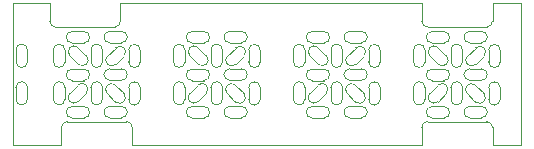
<source format=gbr>
G04 #@! TF.GenerationSoftware,KiCad,Pcbnew,(5.1.4)-1*
G04 #@! TF.CreationDate,2020-12-07T07:56:07-07:00*
G04 #@! TF.ProjectId,ufc_v4_opt_layer2,7566635f-7634-45f6-9f70-745f6c617965,rev?*
G04 #@! TF.SameCoordinates,Original*
G04 #@! TF.FileFunction,Profile,NP*
%FSLAX46Y46*%
G04 Gerber Fmt 4.6, Leading zero omitted, Abs format (unit mm)*
G04 Created by KiCad (PCBNEW (5.1.4)-1) date 2020-12-07 07:56:07*
%MOMM*%
%LPD*%
G04 APERTURE LIST*
%ADD10C,0.050000*%
G04 APERTURE END LIST*
D10*
X124344898Y-88742500D02*
X124344898Y-89732500D01*
X125325102Y-89732500D02*
G75*
G02X124344898Y-89732500I-490102J0D01*
G01*
X126922500Y-87174898D02*
G75*
G02X126922500Y-88155102I0J-490102D01*
G01*
X130107500Y-87154898D02*
X129117500Y-87154898D01*
X140267500Y-90332398D02*
X139277500Y-90332398D01*
X127140254Y-86066851D02*
G75*
G02X126445994Y-86761113I-347130J-347131D01*
G01*
X134504083Y-88745000D02*
G75*
G02X135485917Y-88745000I490917J0D01*
G01*
X126432428Y-88535321D02*
X125732392Y-89235357D01*
X135206000Y-93625500D02*
X110706000Y-93625500D01*
X105206000Y-91625500D02*
X110206000Y-91625500D01*
X103706000Y-81625500D02*
X103706000Y-83125500D01*
X140706000Y-91625500D02*
X135706000Y-91625500D01*
X135206000Y-93625500D02*
X135206000Y-92125500D01*
X135206000Y-81625500D02*
X135206000Y-83125500D01*
X104706000Y-93625500D02*
X104706000Y-92125500D01*
X110706000Y-92125500D02*
X110706000Y-93625500D01*
X139277500Y-84963417D02*
X140267500Y-84963417D01*
X130714083Y-85577500D02*
X130714083Y-86567500D01*
X125932500Y-91330917D02*
G75*
G02X125932500Y-90349083I0J490917D01*
G01*
X137679083Y-88745000D02*
G75*
G02X138660917Y-88745000I490917J0D01*
G01*
X137082500Y-84001583D02*
X136092500Y-84001583D01*
X141855917Y-86569998D02*
G75*
G02X140874083Y-86570000I-490917J-1D01*
G01*
X125325917Y-86557500D02*
X125325917Y-85567500D01*
X125745958Y-86061077D02*
X126445994Y-86761113D01*
X137679083Y-85570000D02*
G75*
G02X138660917Y-85570000I490917J0D01*
G01*
X129117500Y-88135102D02*
G75*
G02X129117500Y-87154898I0J490102D01*
G01*
X129117500Y-91310102D02*
G75*
G02X129117500Y-90329898I0J490102D01*
G01*
X136092500Y-88157602D02*
X137082500Y-88157602D01*
X139773923Y-85383458D02*
X139073887Y-86083494D01*
X138660917Y-86560000D02*
X138660917Y-85570000D01*
X125932500Y-91330102D02*
X126922500Y-91330102D01*
X129117500Y-84960102D02*
G75*
G02X129117500Y-83979898I0J490102D01*
G01*
X125932500Y-88155102D02*
X126922500Y-88155102D01*
X126431851Y-88534746D02*
G75*
G02X127126113Y-89229006I347131J-347130D01*
G01*
X124344083Y-85567500D02*
G75*
G02X125325917Y-85567500I490917J0D01*
G01*
X129117500Y-84960917D02*
X130107500Y-84960917D01*
X138660102Y-89735000D02*
G75*
G02X137679898Y-89735000I-490102J0D01*
G01*
X131695102Y-89742500D02*
X131695102Y-88752500D01*
X127139679Y-86067428D02*
X126439643Y-85367392D01*
X135906535Y-86063002D02*
G75*
G02X136599643Y-85369892I346554J346555D01*
G01*
X136586077Y-89931542D02*
X137286113Y-89231506D01*
X139277500Y-91312602D02*
G75*
G02X139277500Y-90332398I0J490102D01*
G01*
X139277500Y-84962602D02*
G75*
G02X139277500Y-83982398I0J490102D01*
G01*
X139059746Y-89245649D02*
G75*
G02X139754006Y-88551387I347130J347131D01*
G01*
X136591851Y-88537246D02*
G75*
G02X137286113Y-89231506I347131J-347130D01*
G01*
X139277500Y-88137602D02*
G75*
G02X139277500Y-87157398I0J490102D01*
G01*
X137082500Y-90351583D02*
X136092500Y-90351583D01*
X136092500Y-84983417D02*
G75*
G02X136092500Y-84001583I0J490917D01*
G01*
X135485102Y-89735000D02*
G75*
G02X134504898Y-89735000I-490102J0D01*
G01*
X136585502Y-89930965D02*
G75*
G02X135892392Y-89237857I-346555J346554D01*
G01*
X137082500Y-90352398D02*
G75*
G02X137082500Y-91332602I0J-490102D01*
G01*
X141855917Y-89744998D02*
G75*
G02X140874083Y-89745000I-490917J-1D01*
G01*
X138660917Y-89735000D02*
X138660917Y-88745000D01*
X136092500Y-88158417D02*
G75*
G02X136092500Y-87176583I0J490917D01*
G01*
X135485917Y-89735000D02*
X135485917Y-88745000D01*
X135905958Y-86063577D02*
X136605994Y-86763613D01*
X139277500Y-88138417D02*
X140267500Y-88138417D01*
X139768149Y-86777754D02*
G75*
G02X139073887Y-86083494I-347131J347130D01*
G01*
X136592428Y-88537821D02*
X135892392Y-89237857D01*
X140453465Y-89251998D02*
G75*
G02X139760357Y-89945108I-346554J-346555D01*
G01*
X138660102Y-86560000D02*
G75*
G02X137679898Y-86560000I-490102J0D01*
G01*
X136092500Y-91332602D02*
X137082500Y-91332602D01*
X139767572Y-86777179D02*
X140467608Y-86077143D01*
X139774498Y-85384035D02*
G75*
G02X140467608Y-86077143I346555J-346554D01*
G01*
X139277500Y-91313417D02*
X140267500Y-91313417D01*
X140267498Y-87156583D02*
G75*
G02X140267500Y-88138417I1J-490917D01*
G01*
X140454042Y-89251423D02*
X139754006Y-88551387D01*
X140267500Y-87157398D02*
X139277500Y-87157398D01*
X134504898Y-88745000D02*
X134504898Y-89735000D01*
X140874083Y-85580000D02*
X140874083Y-86570000D01*
X137082500Y-87177398D02*
G75*
G02X137082500Y-88157602I0J-490102D01*
G01*
X141855102Y-89745000D02*
X141855102Y-88755000D01*
X137300254Y-86069351D02*
G75*
G02X136605994Y-86763613I-347130J-347131D01*
G01*
X136092500Y-91333417D02*
G75*
G02X136092500Y-90351583I0J490917D01*
G01*
X137082500Y-87176583D02*
X136092500Y-87176583D01*
X137082500Y-84002398D02*
G75*
G02X137082500Y-84982602I0J-490102D01*
G01*
X137679898Y-88745000D02*
X137679898Y-89735000D01*
X136092500Y-84982602D02*
X137082500Y-84982602D01*
X137679898Y-85570000D02*
X137679898Y-86560000D01*
X134504083Y-85570000D02*
G75*
G02X135485917Y-85570000I490917J0D01*
G01*
X140267500Y-83982398D02*
X139277500Y-83982398D01*
X135485917Y-86560000D02*
X135485917Y-85570000D01*
X140874898Y-85580000D02*
G75*
G02X141855102Y-85580000I490102J0D01*
G01*
X141855102Y-86570000D02*
X141855102Y-85580000D01*
X140267498Y-83981583D02*
G75*
G02X140267500Y-84963417I1J-490917D01*
G01*
X137299679Y-86069928D02*
X136599643Y-85369892D01*
X116271851Y-88534746D02*
G75*
G02X116966113Y-89229006I347131J-347130D01*
G01*
X108180917Y-89732500D02*
X108180917Y-88742500D01*
X115165917Y-86557500D02*
X115165917Y-85567500D01*
X139060321Y-89245072D02*
X139760357Y-89945108D01*
X120554083Y-85577500D02*
X120554083Y-86567500D01*
X115585958Y-86061077D02*
X116285994Y-86761113D01*
X140267498Y-90331583D02*
G75*
G02X140267500Y-91313417I1J-490917D01*
G01*
X109787498Y-87154083D02*
G75*
G02X109787500Y-88135917I1J-490917D01*
G01*
X116762500Y-87174898D02*
G75*
G02X116762500Y-88155102I0J-490102D01*
G01*
X108180102Y-89732500D02*
G75*
G02X107199898Y-89732500I-490102J0D01*
G01*
X135485102Y-86560000D02*
G75*
G02X134504898Y-86560000I-490102J0D01*
G01*
X107199083Y-85567500D02*
G75*
G02X108180917Y-85567500I490917J0D01*
G01*
X118957500Y-88135102D02*
G75*
G02X118957500Y-87154898I0J490102D01*
G01*
X119947500Y-87154898D02*
X118957500Y-87154898D01*
X140874898Y-88755000D02*
G75*
G02X141855102Y-88755000I490102J0D01*
G01*
X116979679Y-86067428D02*
X116279643Y-85367392D01*
X118957500Y-84960917D02*
X119947500Y-84960917D01*
X140874083Y-88755000D02*
X140874083Y-89745000D01*
X104206000Y-83625500D02*
G75*
G02X103706000Y-83125500I0J500000D01*
G01*
X109787500Y-90329898D02*
X108797500Y-90329898D01*
X109706000Y-83125500D02*
G75*
G02X109206000Y-83625500I-500000J0D01*
G01*
X134504898Y-85570000D02*
X134504898Y-86560000D01*
X115772500Y-91330917D02*
G75*
G02X115772500Y-90349083I0J490917D01*
G01*
X116762500Y-90349898D02*
G75*
G02X116762500Y-91330102I0J-490102D01*
G01*
X116762500Y-83999083D02*
X115772500Y-83999083D01*
X109293923Y-85380958D02*
X108593887Y-86080994D01*
X114184898Y-88742500D02*
X114184898Y-89732500D01*
X115772500Y-88155102D02*
X116762500Y-88155102D01*
X115165102Y-89732500D02*
G75*
G02X114184898Y-89732500I-490102J0D01*
G01*
X109294498Y-85381535D02*
G75*
G02X109987608Y-86074643I346555J-346554D01*
G01*
X121535102Y-89742500D02*
X121535102Y-88752500D01*
X107199898Y-85567500D02*
X107199898Y-86557500D01*
X118957500Y-84960102D02*
G75*
G02X118957500Y-83979898I0J490102D01*
G01*
X116762500Y-90349083D02*
X115772500Y-90349083D01*
X116980254Y-86066851D02*
G75*
G02X116285994Y-86761113I-347130J-347131D01*
G01*
X119947500Y-83979898D02*
X118957500Y-83979898D01*
X108180102Y-86557500D02*
G75*
G02X107199898Y-86557500I-490102J0D01*
G01*
X116272428Y-88535321D02*
X115572392Y-89235357D01*
X116762500Y-87174083D02*
X115772500Y-87174083D01*
X118740321Y-89242572D02*
X119440357Y-89942608D01*
X115772500Y-91330102D02*
X116762500Y-91330102D01*
X108180917Y-86557500D02*
X108180917Y-85567500D01*
X110394083Y-88752500D02*
X110394083Y-89742500D01*
X118957500Y-91310102D02*
G75*
G02X118957500Y-90329898I0J490102D01*
G01*
X114184083Y-85567500D02*
G75*
G02X115165917Y-85567500I490917J0D01*
G01*
X107199898Y-88742500D02*
X107199898Y-89732500D01*
X120554898Y-88752500D02*
G75*
G02X121535102Y-88752500I490102J0D01*
G01*
X116265502Y-89928465D02*
G75*
G02X115572392Y-89235357I-346555J346554D01*
G01*
X118739746Y-89243149D02*
G75*
G02X119434006Y-88548887I347130J347131D01*
G01*
X120554898Y-85577500D02*
G75*
G02X121535102Y-85577500I490102J0D01*
G01*
X115586535Y-86060502D02*
G75*
G02X116279643Y-85367392I346554J346555D01*
G01*
X116762500Y-83999898D02*
G75*
G02X116762500Y-84980102I0J-490102D01*
G01*
X111375917Y-86567498D02*
G75*
G02X110394083Y-86567500I-490917J-1D01*
G01*
X104024083Y-88742500D02*
G75*
G02X105005917Y-88742500I490917J0D01*
G01*
X105612500Y-88155917D02*
G75*
G02X105612500Y-87174083I0J490917D01*
G01*
X118957500Y-88135917D02*
X119947500Y-88135917D01*
X115165917Y-89732500D02*
X115165917Y-88742500D01*
X118957500Y-91310917D02*
X119947500Y-91310917D01*
X114184898Y-85567500D02*
X114184898Y-86557500D01*
X119447572Y-86774679D02*
X120147608Y-86074643D01*
X120133465Y-89249498D02*
G75*
G02X119440357Y-89942608I-346554J-346555D01*
G01*
X121535917Y-89742498D02*
G75*
G02X120554083Y-89742500I-490917J-1D01*
G01*
X115165102Y-86557500D02*
G75*
G02X114184898Y-86557500I-490102J0D01*
G01*
X107199083Y-88742500D02*
G75*
G02X108180917Y-88742500I490917J0D01*
G01*
X109787498Y-90329083D02*
G75*
G02X109787500Y-91310917I1J-490917D01*
G01*
X119947498Y-83979083D02*
G75*
G02X119947500Y-84960917I1J-490917D01*
G01*
X119448149Y-86775254D02*
G75*
G02X118753887Y-86080994I-347131J347130D01*
G01*
X111375102Y-86567500D02*
X111375102Y-85577500D01*
X105425958Y-86061077D02*
X106125994Y-86761113D01*
X105612500Y-91330917D02*
G75*
G02X105612500Y-90349083I0J490917D01*
G01*
X109787500Y-83979898D02*
X108797500Y-83979898D01*
X110394898Y-85577500D02*
G75*
G02X111375102Y-85577500I490102J0D01*
G01*
X108797500Y-91310917D02*
X109787500Y-91310917D01*
X109288149Y-86775254D02*
G75*
G02X108593887Y-86080994I-347131J347130D01*
G01*
X105005917Y-86557500D02*
X105005917Y-85567500D01*
X108797500Y-91310102D02*
G75*
G02X108797500Y-90329898I0J490102D01*
G01*
X106819679Y-86067428D02*
X106119643Y-85367392D01*
X105612500Y-84980102D02*
X106602500Y-84980102D01*
X105612500Y-84980917D02*
G75*
G02X105612500Y-83999083I0J490917D01*
G01*
X106105502Y-89928465D02*
G75*
G02X105412392Y-89235357I-346555J346554D01*
G01*
X101830917Y-89732500D02*
X101830917Y-88742500D01*
X135206000Y-81625500D02*
X109706000Y-81625500D01*
X106112428Y-88535321D02*
X105412392Y-89235357D01*
X108797500Y-84960102D02*
G75*
G02X108797500Y-83979898I0J490102D01*
G01*
X106602500Y-83999898D02*
G75*
G02X106602500Y-84980102I0J-490102D01*
G01*
X109787500Y-87154898D02*
X108797500Y-87154898D01*
X106602500Y-87174898D02*
G75*
G02X106602500Y-88155102I0J-490102D01*
G01*
X106106077Y-89929042D02*
X106806113Y-89229006D01*
X101830102Y-86557500D02*
G75*
G02X100849898Y-86557500I-490102J0D01*
G01*
X109974042Y-89248923D02*
X109274006Y-88548887D01*
X109787498Y-83979083D02*
G75*
G02X109787500Y-84960917I1J-490917D01*
G01*
X106820254Y-86066851D02*
G75*
G02X106125994Y-86761113I-347130J-347131D01*
G01*
X104024898Y-88742500D02*
X104024898Y-89732500D01*
X101830102Y-89732500D02*
G75*
G02X100849898Y-89732500I-490102J0D01*
G01*
X106602500Y-90349083D02*
X105612500Y-90349083D01*
X106602500Y-87174083D02*
X105612500Y-87174083D01*
X106602500Y-90349898D02*
G75*
G02X106602500Y-91330102I0J-490102D01*
G01*
X108580321Y-89242572D02*
X109280357Y-89942608D01*
X110394898Y-88752500D02*
G75*
G02X111375102Y-88752500I490102J0D01*
G01*
X105612500Y-91330102D02*
X106602500Y-91330102D01*
X100849898Y-88742500D02*
X100849898Y-89732500D01*
X105005917Y-89732500D02*
X105005917Y-88742500D01*
X108797500Y-88135102D02*
G75*
G02X108797500Y-87154898I0J490102D01*
G01*
X100849083Y-88742500D02*
G75*
G02X101830917Y-88742500I490917J0D01*
G01*
X100849083Y-85567500D02*
G75*
G02X101830917Y-85567500I490917J0D01*
G01*
X101830917Y-86557500D02*
X101830917Y-85567500D01*
X109973465Y-89249498D02*
G75*
G02X109280357Y-89942608I-346554J-346555D01*
G01*
X111375917Y-89742498D02*
G75*
G02X110394083Y-89742500I-490917J-1D01*
G01*
X108579746Y-89243149D02*
G75*
G02X109274006Y-88548887I347130J347131D01*
G01*
X108797500Y-84960917D02*
X109787500Y-84960917D01*
X110394083Y-85577500D02*
X110394083Y-86567500D01*
X106111851Y-88534746D02*
G75*
G02X106806113Y-89229006I347131J-347130D01*
G01*
X109287572Y-86774679D02*
X109987608Y-86074643D01*
X106602500Y-83999083D02*
X105612500Y-83999083D01*
X105426535Y-86060502D02*
G75*
G02X106119643Y-85367392I346554J346555D01*
G01*
X126922500Y-83999083D02*
X125932500Y-83999083D01*
X130107498Y-83979083D02*
G75*
G02X130107500Y-84960917I1J-490917D01*
G01*
X129608149Y-86775254D02*
G75*
G02X128913887Y-86080994I-347131J347130D01*
G01*
X108797500Y-88135917D02*
X109787500Y-88135917D01*
X111375102Y-89742500D02*
X111375102Y-88752500D01*
X105005102Y-89732500D02*
G75*
G02X104024898Y-89732500I-490102J0D01*
G01*
X115772500Y-88155917D02*
G75*
G02X115772500Y-87174083I0J490917D01*
G01*
X130107500Y-90329898D02*
X129117500Y-90329898D01*
X127519898Y-85567500D02*
X127519898Y-86557500D01*
X125932500Y-88155917D02*
G75*
G02X125932500Y-87174083I0J490917D01*
G01*
X119454498Y-85381535D02*
G75*
G02X120147608Y-86074643I346555J-346554D01*
G01*
X121535102Y-86567500D02*
X121535102Y-85577500D01*
X126922500Y-83999898D02*
G75*
G02X126922500Y-84980102I0J-490102D01*
G01*
X125325102Y-86557500D02*
G75*
G02X124344898Y-86557500I-490102J0D01*
G01*
X129613923Y-85380958D02*
X128913887Y-86080994D01*
X130107500Y-83979898D02*
X129117500Y-83979898D01*
X131695917Y-86567498D02*
G75*
G02X130714083Y-86567500I-490917J-1D01*
G01*
X119947498Y-87154083D02*
G75*
G02X119947500Y-88135917I1J-490917D01*
G01*
X119947498Y-90329083D02*
G75*
G02X119947500Y-91310917I1J-490917D01*
G01*
X127519083Y-85567500D02*
G75*
G02X128500917Y-85567500I490917J0D01*
G01*
X118340102Y-86557500D02*
G75*
G02X117359898Y-86557500I-490102J0D01*
G01*
X116266077Y-89929042D02*
X116966113Y-89229006D01*
X127519898Y-88742500D02*
X127519898Y-89732500D01*
X117359898Y-88742500D02*
X117359898Y-89732500D01*
X118340917Y-89732500D02*
X118340917Y-88742500D01*
X126426077Y-89929042D02*
X127126113Y-89229006D01*
X105005102Y-86557500D02*
G75*
G02X104024898Y-86557500I-490102J0D01*
G01*
X117359898Y-85567500D02*
X117359898Y-86557500D01*
X105612500Y-88155102D02*
X106602500Y-88155102D01*
X129117500Y-88135917D02*
X130107500Y-88135917D01*
X128899746Y-89243149D02*
G75*
G02X129594006Y-88548887I347130J347131D01*
G01*
X104024083Y-85567500D02*
G75*
G02X105005917Y-85567500I490917J0D01*
G01*
X104024898Y-85567500D02*
X104024898Y-86557500D01*
X128500917Y-89732500D02*
X128500917Y-88742500D01*
X129607572Y-86774679D02*
X130307608Y-86074643D01*
X115772500Y-84980917D02*
G75*
G02X115772500Y-83999083I0J490917D01*
G01*
X103706000Y-81625500D02*
X100606000Y-81625500D01*
X127519083Y-88742500D02*
G75*
G02X128500917Y-88742500I490917J0D01*
G01*
X130714898Y-85577500D02*
G75*
G02X131695102Y-85577500I490102J0D01*
G01*
X115772500Y-84980102D02*
X116762500Y-84980102D01*
X125932500Y-84980102D02*
X126922500Y-84980102D01*
X125932500Y-84980917D02*
G75*
G02X125932500Y-83999083I0J490917D01*
G01*
X120134042Y-89248923D02*
X119434006Y-88548887D01*
X131695917Y-89742498D02*
G75*
G02X130714083Y-89742500I-490917J-1D01*
G01*
X100849898Y-85567500D02*
X100849898Y-86557500D01*
X130107498Y-87154083D02*
G75*
G02X130107500Y-88135917I1J-490917D01*
G01*
X114184083Y-88742500D02*
G75*
G02X115165917Y-88742500I490917J0D01*
G01*
X143606000Y-93625500D02*
X141206000Y-93625500D01*
X135206000Y-92125500D02*
G75*
G02X135706000Y-91625500I500000J0D01*
G01*
X141206000Y-92125500D02*
X141206000Y-93625500D01*
X143606000Y-93625500D02*
X143606000Y-81625500D01*
X104206000Y-83625500D02*
X109206000Y-83625500D01*
X109706000Y-83125500D02*
X109706000Y-81625500D01*
X135706000Y-83625500D02*
X140706000Y-83625500D01*
X143606000Y-81625500D02*
X141206000Y-81625500D01*
X126922500Y-90349898D02*
G75*
G02X126922500Y-91330102I0J-490102D01*
G01*
X128500917Y-86557500D02*
X128500917Y-85567500D01*
X125325917Y-89732500D02*
X125325917Y-88742500D01*
X129117500Y-91310917D02*
X130107500Y-91310917D01*
X140706000Y-91625500D02*
G75*
G02X141206000Y-92125500I0J-500000D01*
G01*
X129614498Y-85381535D02*
G75*
G02X130307608Y-86074643I346555J-346554D01*
G01*
X117359083Y-88742500D02*
G75*
G02X118340917Y-88742500I490917J0D01*
G01*
X128500102Y-89732500D02*
G75*
G02X127519898Y-89732500I-490102J0D01*
G01*
X141206000Y-83125500D02*
G75*
G02X140706000Y-83625500I-500000J0D01*
G01*
X141206000Y-83125500D02*
X141206000Y-81625500D01*
X119453923Y-85380958D02*
X118753887Y-86080994D01*
X110206000Y-91625500D02*
G75*
G02X110706000Y-92125500I0J-500000D01*
G01*
X126922500Y-87174083D02*
X125932500Y-87174083D01*
X100606000Y-81625500D02*
X100606000Y-93625500D01*
X130294042Y-89248923D02*
X129594006Y-88548887D01*
X130714083Y-88752500D02*
X130714083Y-89742500D01*
X124344083Y-88742500D02*
G75*
G02X125325917Y-88742500I490917J0D01*
G01*
X128500102Y-86557500D02*
G75*
G02X127519898Y-86557500I-490102J0D01*
G01*
X125746535Y-86060502D02*
G75*
G02X126439643Y-85367392I346554J346555D01*
G01*
X104706000Y-92125500D02*
G75*
G02X105206000Y-91625500I500000J0D01*
G01*
X126922500Y-90349083D02*
X125932500Y-90349083D01*
X117359083Y-85567500D02*
G75*
G02X118340917Y-85567500I490917J0D01*
G01*
X118340917Y-86557500D02*
X118340917Y-85567500D01*
X128900321Y-89242572D02*
X129600357Y-89942608D01*
X124344898Y-85567500D02*
X124344898Y-86557500D01*
X100606000Y-93625500D02*
X104706000Y-93625500D01*
X126425502Y-89928465D02*
G75*
G02X125732392Y-89235357I-346555J346554D01*
G01*
X120554083Y-88752500D02*
X120554083Y-89742500D01*
X130714898Y-88752500D02*
G75*
G02X131695102Y-88752500I490102J0D01*
G01*
X131695102Y-86567500D02*
X131695102Y-85577500D01*
X130107498Y-90329083D02*
G75*
G02X130107500Y-91310917I1J-490917D01*
G01*
X121535917Y-86567498D02*
G75*
G02X120554083Y-86567500I-490917J-1D01*
G01*
X118340102Y-89732500D02*
G75*
G02X117359898Y-89732500I-490102J0D01*
G01*
X119947500Y-90329898D02*
X118957500Y-90329898D01*
X130293465Y-89249498D02*
G75*
G02X129600357Y-89942608I-346554J-346555D01*
G01*
X135706000Y-83625500D02*
G75*
G02X135206000Y-83125500I0J500000D01*
G01*
M02*

</source>
